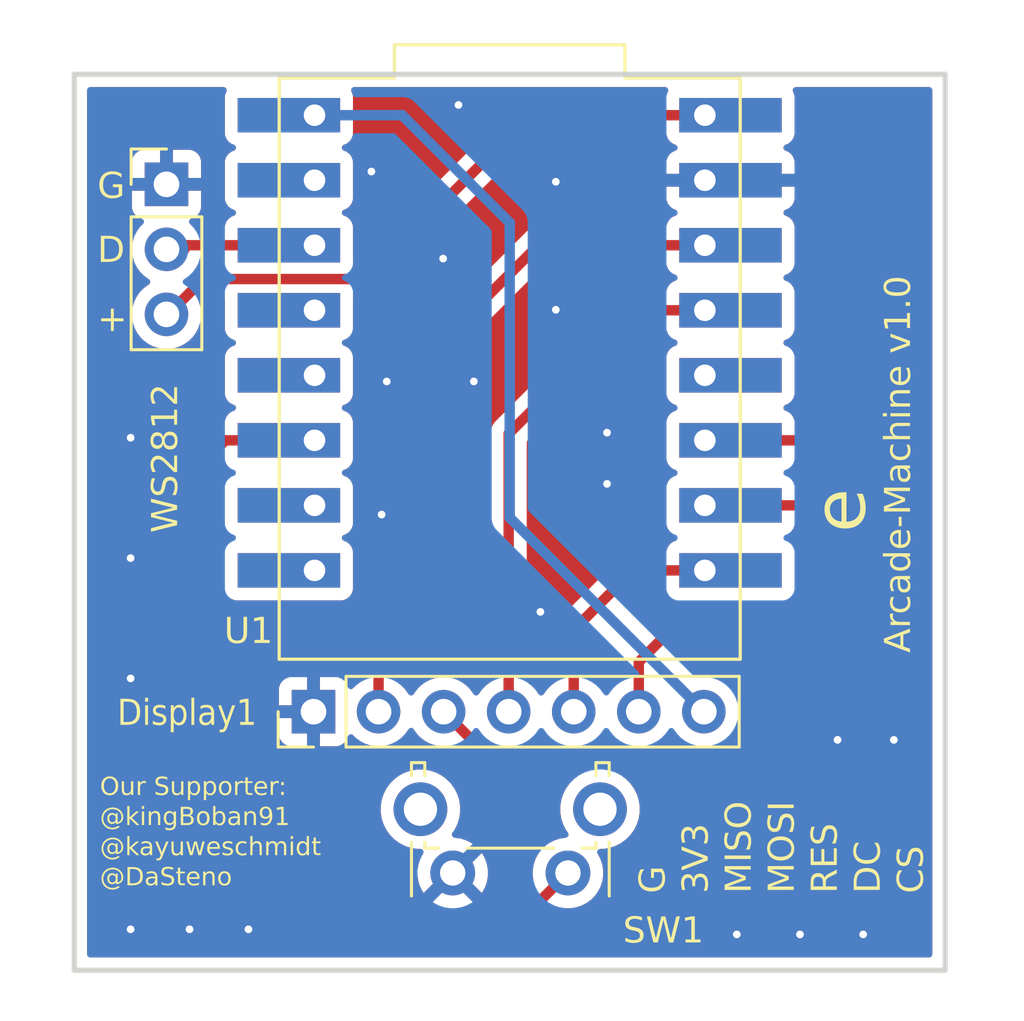
<source format=kicad_pcb>
(kicad_pcb (version 20241229) (generator "pcbnew") (generator_version "9.0")
  (layers (0 "F.Cu" signal) (2 "B.Cu" signal) (13 "F.Paste" user) (15 "B.Paste" user) (5 "F.SilkS" user "F.Silkscreen") (7 "B.SilkS" user "B.Silkscreen") (1 "F.Mask" user) (3 "B.Mask" user) (25 "Edge.Cuts" user))
  (net 0 "")
  (net 1 "/CS")
  (net 4 "/DC")
  (net 5 "+3.3V")
  (net 6 "/MISO")
  (net 8 "/RES")
  (net 9 "/MOSI")
  (net 11 "GND")
  (net 12 "Net-(U1-GPIO10)")
  (net 13 "/DOUT")
  (net 15 "+5V")
  (footprint "ESP32-C3_SUPERMINI_TH:MODULE_ESP32-C3_SUPERMINI_SMD" (layer "F.Cu") (at 147 71.5)
    (property "Reference" "U1" (at -10.2 10.3 0) (layer "F.SilkS"))
    (property "Value" "ESP32-C3_SUPERMINI_TH" (hide yes))
    (fp_line (start -9 11.35) (end -9 -11.35) (stroke (width 0.127)) (layer "F.SilkS"))
    (fp_line (start -4.5 -12.65) (end -4.5 -11.35) (stroke (width 0.127)) (layer "F.SilkS"))
    (fp_line (start -4.5 -11.35) (end -9 -11.35) (stroke (width 0.127)) (layer "F.SilkS"))
    (fp_line (start 4.5 -12.65) (end -4.5 -12.65) (stroke (width 0.127)) (layer "F.SilkS"))
    (fp_line (start 4.5 -12.65) (end 4.5 -11.35) (stroke (width 0.127)) (layer "F.SilkS"))
    (fp_line (start 9 -11.35) (end 4.5 -11.35) (stroke (width 0.127)) (layer "F.SilkS"))
    (fp_line (start 9 11.35) (end -9 11.35) (stroke (width 0.127)) (layer "F.SilkS"))
    (fp_line (start 9 11.35) (end 9 -11.35) (stroke (width 0.127)) (layer "F.SilkS"))
    (pad "0" thru_hole rect (at 7.62 7.88) (size 4 1.348) (drill 0.84 (offset 1 0)) (layers "*.Cu" "*.Mask") (net 8 "/RES"))
    (pad "1" thru_hole rect (at 7.62 5.34) (size 4 1.348) (drill 0.84 (offset 1 0)) (layers "*.Cu" "*.Mask") (net 4 "/DC"))
    (pad "2" thru_hole rect (at 7.62 2.8) (size 4 1.348) (drill 0.84 (offset 1 0)) (layers "*.Cu" "*.Mask") (net 6 "/MISO"))
    (pad "3" thru_hole rect (at 7.62 0.26) (size 4 1.348) (drill 0.84 (offset 1 0)) (layers "*.Cu" "*.Mask"))
    (pad "3.3" thru_hole rect (at 7.62 -4.82) (size 4 1.348) (drill 0.84 (offset 1 0)) (layers "*.Cu" "*.Mask") (net 5 "+3.3V"))
    (pad "4" thru_hole rect (at 7.62 -2.28) (size 4 1.348) (drill 0.84 (offset 1 0)) (layers "*.Cu" "*.Mask") (net 9 "/MOSI"))
    (pad "5" thru_hole rect (at -7.62 -9.9 180) (size 4 1.348) (drill 0.84 (offset 1 0)) (layers "*.Cu" "*.Mask") (net 1 "/CS"))
    (pad "5V" thru_hole rect (at 7.62 -9.9) (size 4 1.348) (drill 0.84 (offset 1 0)) (layers "*.Cu" "*.Mask") (net 15 "+5V"))
    (pad "6" thru_hole rect (at -7.62 -7.36 180) (size 4 1.348) (drill 0.84 (offset 1 0)) (layers "*.Cu" "*.Mask"))
    (pad "7" thru_hole rect (at -7.62 -4.82 180) (size 4 1.348) (drill 0.84 (offset 1 0)) (layers "*.Cu" "*.Mask") (net 13 "/DOUT"))
    (pad "8" thru_hole rect (at -7.62 -2.28 180) (size 4 1.348) (drill 0.84 (offset 1 0)) (layers "*.Cu" "*.Mask"))
    (pad "9" thru_hole rect (at -7.62 0.26 180) (size 4 1.348) (drill 0.84 (offset 1 0)) (layers "*.Cu" "*.Mask"))
    (pad "10" thru_hole rect (at -7.62 2.8 180) (size 4 1.348) (drill 0.84 (offset 1 0)) (layers "*.Cu" "*.Mask") (net 12 "Net-(U1-GPIO10)"))
    (pad "20" thru_hole rect (at -7.62 5.34 180) (size 4 1.348) (drill 0.84 (offset 1 0)) (layers "*.Cu" "*.Mask"))
    (pad "21" thru_hole rect (at -7.62 7.88 180) (size 4 1.348) (drill 0.84 (offset 1 0)) (layers "*.Cu" "*.Mask"))
    (pad "G" thru_hole rect (at 7.62 -7.36) (size 4 1.348) (drill 0.84 (offset 1 0)) (layers "*.Cu" "*.Mask") (net 11 "GND"))
  )
  (footprint "Button_Switch_THT:SW_Tactile_SPST_Angled_PTS645Vx39-2LFS" (layer "F.Cu") (at 149.275 91.2 180)
    (property "Reference" "SW1" (at -3.725 -2.3 0) (layer "F.SilkS"))
    (property "Value" "SW_Push" (hide yes))
    (fp_line (start 6.11 3.8) (end 6.11 4.31) (stroke (width 0.12)) (layer "F.SilkS"))
    (fp_line (start 6.11 -0.9) (end 6.11 1.2) (stroke (width 0.12)) (layer "F.SilkS"))
    (fp_line (start 5.59 4.31) (end 6.11 4.31) (stroke (width 0.12)) (layer "F.SilkS"))
    (fp_line (start 5.59 3.8) (end 5.59 4.31) (stroke (width 0.12)) (layer "F.SilkS"))
    (fp_line (start 5.59 0.97) (end 5.59 1.2) (stroke (width 0.12)) (layer "F.SilkS"))
    (fp_line (start 5.05 0.97) (end 5.59 0.97) (stroke (width 0.12)) (layer "F.SilkS"))
    (fp_line (start 0.55 0.97) (end 3.95 0.97) (stroke (width 0.12)) (layer "F.SilkS"))
    (fp_line (start -1.09 3.8) (end -1.09 4.31) (stroke (width 0.12)) (layer "F.SilkS"))
    (fp_line (start -1.09 0.97) (end -0.55 0.97) (stroke (width 0.12)) (layer "F.SilkS"))
    (fp_line (start -1.09 0.97) (end -1.09 1.2) (stroke (width 0.12)) (layer "F.SilkS"))
    (fp_line (start -1.61 4.31) (end -1.09 4.31) (stroke (width 0.12)) (layer "F.SilkS"))
    (fp_line (start -1.61 3.8) (end -1.61 4.31) (stroke (width 0.12)) (layer "F.SilkS"))
    (fp_line (start -1.61 -0.9) (end -1.61 1.2) (stroke (width 0.12)) (layer "F.SilkS"))
    (pad "" thru_hole circle (at -1.25 2.49 180) (size 2.1 2.1) (drill 1.3) (layers "*.Cu" "*.Mask"))
    (pad "" thru_hole circle (at 5.76 2.49 180) (size 2.1 2.1) (drill 1.3) (layers "*.Cu" "*.Mask"))
    (pad "1" thru_hole circle (at 0 0 180) (size 1.75 1.75) (drill 0.99) (layers "*.Cu" "*.Mask") (net 12 "Net-(U1-GPIO10)"))
    (pad "2" thru_hole circle (at 4.5 0 180) (size 1.75 1.75) (drill 0.99) (layers "*.Cu" "*.Mask") (net 11 "GND"))
  )
  (footprint "Connector_PinHeader_2.54mm:PinHeader_1x03_P2.54mm_Vertical" (layer "F.Cu") (at 133.6 64.3)
    (property "Reference" "WS2812" (at 0 10.7 90) (layer "F.SilkS"))
    (property "Value" "Conn_01x03_Pin" (hide yes))
    (fp_line (start -1.38 -1.38) (end 0 -1.38) (stroke (width 0.12)) (layer "F.SilkS"))
    (fp_line (start -1.38 0) (end -1.38 -1.38) (stroke (width 0.12)) (layer "F.SilkS"))
    (fp_line (start -1.38 1.27) (end -1.38 6.46) (stroke (width 0.12)) (layer "F.SilkS"))
    (fp_line (start -1.38 1.27) (end 1.38 1.27) (stroke (width 0.12)) (layer "F.SilkS"))
    (fp_line (start -1.38 6.46) (end 1.38 6.46) (stroke (width 0.12)) (layer "F.SilkS"))
    (fp_line (start 1.38 1.27) (end 1.38 6.46) (stroke (width 0.12)) (layer "F.SilkS"))
    (pad "1" thru_hole rect (at 0 0) (size 1.7 1.7) (drill 1) (layers "*.Cu" "*.Mask") (net 11 "GND"))
    (pad "2" thru_hole circle (at 0 2.54) (size 1.7 1.7) (drill 1) (layers "*.Cu" "*.Mask") (net 13 "/DOUT"))
    (pad "3" thru_hole circle (at 0 5.08) (size 1.7 1.7) (drill 1) (layers "*.Cu" "*.Mask") (net 15 "+5V"))
  )
  (footprint "Connector_PinHeader_2.54mm:PinHeader_1x07_P2.54mm_Vertical" (layer "F.Cu") (at 139.34 84.9 90)
    (property "Reference" "Display1" (at -0.1 -4.94 180) (layer "F.SilkS") (effects (font (size 1 0.9))))
    (property "Value" "Conn_01x07_Pin" (hide yes))
    (fp_line (start -1.38 -1.38) (end 0 -1.38) (stroke (width 0.12)) (layer "F.SilkS"))
    (fp_line (start -1.38 0) (end -1.38 -1.38) (stroke (width 0.12)) (layer "F.SilkS"))
    (fp_line (start 1.38 1.27) (end 1.38 16.62) (stroke (width 0.12)) (layer "F.SilkS"))
    (fp_line (start -1.38 1.27) (end 1.38 1.27) (stroke (width 0.12)) (layer "F.SilkS"))
    (fp_line (start -1.38 1.27) (end -1.38 16.62) (stroke (width 0.12)) (layer "F.SilkS"))
    (fp_line (start -1.38 16.62) (end 1.38 16.62) (stroke (width 0.12)) (layer "F.SilkS"))
    (pad "1" thru_hole rect (at 0 0 90) (size 1.7 1.7) (drill 1) (layers "*.Cu" "*.Mask") (net 11 "GND"))
    (pad "2" thru_hole circle (at 0 2.54 90) (size 1.7 1.7) (drill 1) (layers "*.Cu" "*.Mask") (net 5 "+3.3V"))
    (pad "3" thru_hole circle (at 0 5.08 90) (size 1.7 1.7) (drill 1) (layers "*.Cu" "*.Mask") (net 6 "/MISO"))
    (pad "4" thru_hole circle (at 0 7.62 90) (size 1.7 1.7) (drill 1) (layers "*.Cu" "*.Mask") (net 9 "/MOSI"))
    (pad "5" thru_hole circle (at 0 10.16 90) (size 1.7 1.7) (drill 1) (layers "*.Cu" "*.Mask") (net 8 "/RES"))
    (pad "6" thru_hole circle (at 0 12.7 90) (size 1.7 1.7) (drill 1) (layers "*.Cu" "*.Mask") (net 4 "/DC"))
    (pad "7" thru_hole circle (at 0 15.24 90) (size 1.7 1.7) (drill 1) (layers "*.Cu" "*.Mask") (net 1 "/CS"))
  )
  (gr_line (start 130 60) (end 164 60) (stroke (width 0.2)) (layer "Edge.Cuts"))
  (gr_line (start 130 95) (end 130 60) (stroke (width 0.2)) (layer "Edge.Cuts"))
  (gr_line (start 164 60) (end 164 95) (stroke (width 0.2)) (layer "Edge.Cuts"))
  (gr_line (start 164 95) (end 130 95) (stroke (width 0.2)) (layer "Edge.Cuts"))
  (gr_text "Our Supporter:\n@kingBoban91\n@kayuweschmidt\n@DaSteno" (at 131 91.8 0) (layer "F.SilkS") (effects (font (size 0.7 0.7)) (justify left bottom)))
  (gr_text "Arcade-Machine v1.0" (at 162.8 82.6 90) (layer "F.SilkS") (effects (font (size 1 1)) (justify left bottom)))
  (gr_text "G\n3V3\nMISO\nMOSI\nRES\nDC\nCS" (at 163.3 92 90) (layer "F.SilkS") (effects (font (size 1 1)) (justify left bottom)))
  (gr_text "e" (at 161.2 77.9 90) (layer "F.SilkS") (effects (font (size 2 2)) (justify left bottom)))
  (gr_text "+" (at 130.9 70.2 0) (layer "F.SilkS") (effects (font (size 1 1)) (justify left bottom)))
  (gr_text "G" (at 130.9 65 0) (layer "F.SilkS") (effects (font (size 1 1)) (justify left bottom)))
  (gr_text "D" (at 130.9 67.5 0) (layer "F.SilkS") (effects (font (size 1 1)) (justify left bottom)))
  (segment (start 147 65.8) (end 142.8 61.6) (width 0.4064) (layer "B.Cu") (net 1))
  (segment (start 147 77.32) (end 147 65.8) (width 0.4064) (layer "B.Cu") (net 1))
  (segment (start 142.8 61.6) (end 139.38 61.6) (width 0.4064) (layer "B.Cu") (net 1))
  (segment (start 154.58 84.9) (end 147 77.32) (width 0.4064) (layer "B.Cu") (net 1))
  (segment (start 152.04 82.96) (end 153.4 81.6) (width 0.4064) (layer "F.Cu") (net 4))
  (segment (start 155.84 76.84) (end 154.62 76.84) (width 0.4064) (layer "F.Cu") (net 4))
  (segment (start 158 81.6) (end 159 80.6) (width 0.4064) (layer "F.Cu") (net 4))
  (segment (start 155.88 76.8) (end 155.84 76.84) (width 0.4064) (layer "F.Cu") (net 4))
  (segment (start 159 77.6) (end 158.24 76.84) (width 0.4064) (layer "F.Cu") (net 4))
  (segment (start 152.04 84.9) (end 152.04 82.96) (width 0.4064) (layer "F.Cu") (net 4))
  (segment (start 159 80.6) (end 159 77.6) (width 0.4064) (layer "F.Cu") (net 4))
  (segment (start 153.4 81.6) (end 158 81.6) (width 0.4064) (layer "F.Cu") (net 4))
  (segment (start 158.24 76.84) (end 154.62 76.84) (width 0.4064) (layer "F.Cu") (net 4))
  (segment (start 141.88 83.52) (end 141.88 84.9) (width 0.4064) (layer "F.Cu") (net 5))
  (segment (start 154.62 66.68) (end 148.12 66.68) (width 0.4064) (layer "F.Cu") (net 5))
  (segment (start 144.4 70.4) (end 144.4 81) (width 0.4064) (layer "F.Cu") (net 5))
  (segment (start 144.4 81) (end 141.88 83.52) (width 0.4064) (layer "F.Cu") (net 5))
  (segment (start 148.12 66.68) (end 144.4 70.4) (width 0.4064) (layer "F.Cu") (net 5))
  (segment (start 146.12 86.6) (end 156.4 86.6) (width 0.4064) (layer "F.Cu") (net 6))
  (segment (start 156.4 86.6) (end 160 83) (width 0.4064) (layer "F.Cu") (net 6))
  (segment (start 160 75.2) (end 159.1 74.3) (width 0.4064) (layer "F.Cu") (net 6))
  (segment (start 160 83) (end 160 75.2) (width 0.4064) (layer "F.Cu") (net 6))
  (segment (start 144.42 84.9) (end 146.12 86.6) (width 0.4064) (layer "F.Cu") (net 6))
  (segment (start 159.1 74.3) (end 154.62 74.3) (width 0.4064) (layer "F.Cu") (net 6))
  (segment (start 151.82 79.38) (end 154.62 79.38) (width 0.4064) (layer "F.Cu") (net 8))
  (segment (start 149.5 84.9) (end 149.5 81.7) (width 0.4064) (layer "F.Cu") (net 8))
  (segment (start 149.5 81.7) (end 151.82 79.38) (width 0.4064) (layer "F.Cu") (net 8))
  (segment (start 151.78 69.22) (end 154.62 69.22) (width 0.4064) (layer "F.Cu") (net 9))
  (segment (start 146.96 74.04) (end 151.78 69.22) (width 0.4064) (layer "F.Cu") (net 9))
  (segment (start 146.96 84.9) (end 146.96 74.04) (width 0.4064) (layer "F.Cu") (net 9))
  (via (at 150.8 76) (size 0.6) (drill 0.3) (layers "F.Cu" "B.Cu") (net 11))
  (via (at 132.2 78.9) (size 0.6) (drill 0.3) (layers "F.Cu" "B.Cu") (net 11))
  (via (at 155.866667 93.6) (size 0.6) (drill 0.3) (layers "F.Cu" "B.Cu") (net 11))
  (via (at 162 86) (size 0.6) (drill 0.3) (layers "F.Cu" "B.Cu") (net 11))
  (via (at 134.5 93.4) (size 0.6) (drill 0.3) (layers "F.Cu" "B.Cu") (net 11))
  (via (at 136.8 93.4) (size 0.6) (drill 0.3) (layers "F.Cu" "B.Cu") (net 11))
  (via (at 145 61.2) (size 0.6) (drill 0.3) (layers "F.Cu" "B.Cu") (net 11))
  (via (at 160.8 93.6) (size 0.6) (drill 0.3) (layers "F.Cu" "B.Cu") (net 11))
  (via (at 148.8 69.2) (size 0.6) (drill 0.3) (layers "F.Cu" "B.Cu") (net 11))
  (via (at 159.8 86) (size 0.6) (drill 0.3) (layers "F.Cu" "B.Cu") (net 11))
  (via (at 158.333333 93.6) (size 0.6) (drill 0.3) (layers "F.Cu" "B.Cu") (net 11))
  (via (at 150.8 74) (size 0.6) (drill 0.3) (layers "F.Cu" "B.Cu") (net 11))
  (via (at 132.2 74.2) (size 0.6) (drill 0.3) (layers "F.Cu" "B.Cu") (net 11))
  (via (at 148.8 64.2) (size 0.6) (drill 0.3) (layers "F.Cu" "B.Cu") (net 11))
  (via (at 132.2 93.4) (size 0.6) (drill 0.3) (layers "F.Cu" "B.Cu") (net 11))
  (via (at 142.2 72) (size 0.6) (drill 0.3) (layers "F.Cu" "B.Cu") (net 11))
  (via (at 142 77.2) (size 0.6) (drill 0.3) (layers "F.Cu" "B.Cu") (net 11))
  (via (at 145.6 72) (size 0.6) (drill 0.3) (layers "F.Cu" "B.Cu") (net 11))
  (via (at 132.2 83.6) (size 0.6) (drill 0.3) (layers "F.Cu" "B.Cu") (net 11))
  (via (at 144.4 67.2) (size 0.6) (drill 0.3) (layers "F.Cu" "B.Cu") (net 11))
  (via (at 148.2 81) (size 0.6) (drill 0.3) (layers "F.Cu" "B.Cu") (net 11))
  (via (at 141.6 63.8) (size 0.6) (drill 0.3) (layers "F.Cu" "B.Cu") (net 11))
  (segment (start 135.2 75) (end 135.9 74.3) (width 0.4064) (layer "F.Cu") (net 12))
  (segment (start 135.9 74.3) (end 139.38 74.3) (width 0.4064) (layer "F.Cu") (net 12))
  (segment (start 149.275 91.2) (end 147.275 93.2) (width 0.4064) (layer "F.Cu") (net 12))
  (segment (start 139.8 93.2) (end 135.2 88.6) (width 0.4064) (layer "F.Cu") (net 12))
  (segment (start 135.2 88.6) (end 135.2 75) (width 0.4064) (layer "F.Cu") (net 12))
  (segment (start 147.275 93.2) (end 139.8 93.2) (width 0.4064) (layer "F.Cu") (net 12))
  (segment (start 134.3 66.8084) (end 134.3 66.84) (width 0.4064) (layer "F.Cu") (net 13))
  (segment (start 134.4284 66.68) (end 134.3 66.8084) (width 0.4064) (layer "F.Cu") (net 13))
  (segment (start 139.38 66.68) (end 134.4284 66.68) (width 0.4064) (layer "F.Cu") (net 13))
  (segment (start 133.66 69.38) (end 135.04 68) (width 0.4064) (layer "F.Cu") (net 15))
  (segment (start 133.6 69.38) (end 133.66 69.38) (width 0.4064) (layer "F.Cu") (net 15))
  (segment (start 147.8 61.6) (end 154.62 61.6) (width 0.4064) (layer "F.Cu") (net 15))
  (segment (start 141.4 68) (end 147.8 61.6) (width 0.4064) (layer "F.Cu") (net 15))
  (segment (start 135.04 68) (end 141.4 68) (width 0.4064) (layer "F.Cu") (net 15))
  (zone (net 11) (net_name "GND") (layers "F.Cu" "B.Cu") (connect_pads (clearance 0.5)) (min_thickness 0.25) (fill yes (thermal_gap 0.5) (thermal_bridge_width 0.5))
    (polygon (pts (xy 167.1 57.1) (xy 167.1 97) (xy 127.2 97) (xy 127.1 96.9) (xy 127.1 57.2) (xy 127.2 57.1)))
  )
)
</source>
